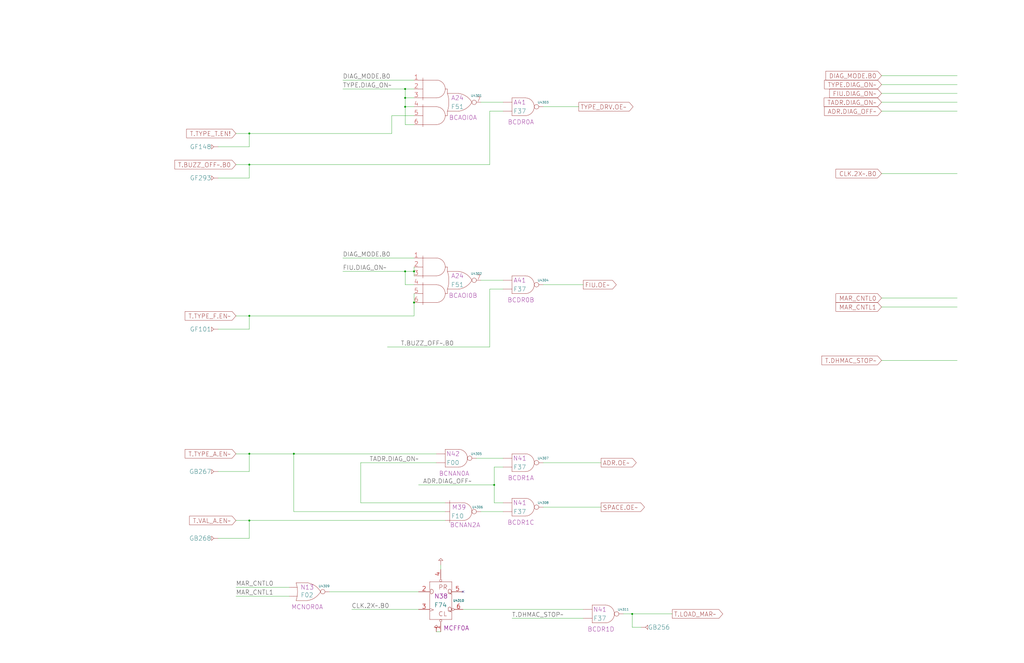
<source format=kicad_sch>
(kicad_sch (version 20220126) (generator eeschema)
  (paper "User" 584.2 378.46)
  (title_block (title "BUS CONTROL") (date "15-MAR-90") (rev "1.0") (comment 1 "TYPE") (comment 2 "232-003062") (comment 3 "S400") (comment 4 "RELEASED"))
  (lib_symbols
    (symbol "r1000:F00" (pin_numbers hide) (pin_names hide)
      (property "Reference" "U" (at 15.24 0 0))
      (property "Value" "F00" (at 1.905 -5.08 0))
      (property "Location" "___" (at 1.905 0 0))
      (property "Name" "______" (at 2.54 -12.7 0))
      (symbol "F00_0_1"
        (polyline (pts (xy -2.54 -7.62) (xy 5.08 -7.62)) (stroke (width 0.1524)))
        (polyline (pts (xy -2.54 2.54) (xy -2.54 -7.62)) (stroke (width 0.1524)))
        (polyline (pts (xy -2.54 2.54) (xy 5.08 2.54)) (stroke (width 0.1524)))
        (arc (start 5.08 -7.62) (mid 10.1282 -2.54) (end 5.08 2.54) (stroke (width 0.1524)))
        (circle (center 11.43 -2.54) (radius 1.27) (stroke (width 0.1524)))
      )
      (symbol "F00_0_2"
        (circle (center -3.81 -5.08) (radius 1.27) (stroke (width 0.1524)))
        (circle (center -3.81 0) (radius 1.27) (stroke (width 0.1524)))
        (arc (start -3.175 -7.62) (mid -2.134 -2.54) (end -3.175 2.54) (stroke (width 0.1524)))
        (polyline (pts (xy -3.175 -7.62) (xy 3.81 -7.62)) (stroke (width 0.1524)))
        (polyline (pts (xy -3.175 2.54) (xy 3.81 2.54)) (stroke (width 0.1524)))
        (arc (start 3.81 -7.62) (mid 7.5855 -5.8306) (end 10.16 -2.54) (stroke (width 0.1524)))
        (arc (start 10.16 -2.54) (mid 7.5827 0.7471) (end 3.81 2.54) (stroke (width 0.1524)))
      )
      (symbol "F00_1_1"
        (pin input line (at -7.62 0 0) (length 5.08) (name "D0") (number "1"))
        (pin input line (at -7.62 -5.08 0) (length 5.08) (name "D1") (number "2"))
        (pin output line (at 15.24 -2.54 180) (length 2.54) (name "Q") (number "3"))
      )
      (symbol "F00_1_2"
        (pin input line (at -7.62 0 0) (length 2.54) (name "D0") (number "1"))
        (pin input line (at -7.62 -5.08 0) (length 2.54) (name "D1") (number "2"))
        (pin output line (at 15.24 -2.54 180) (length 5.08) (name "Q") (number "3"))
      )
    )
    (symbol "r1000:F02" (pin_numbers hide) (pin_names hide)
      (property "Reference" "U" (at 12.16 0.635 0))
      (property "Value" "F02" (at -1.27 -4.445 0))
      (property "Location" "___" (at 2.54 0 0))
      (property "Name" "______" (at 2.54 -12.7 0))
      (symbol "F02_0_1"
        (arc (start -3.81 -7.62) (mid -2.9847 -2.54) (end -3.81 2.54) (stroke (width 0.1524)))
        (polyline (pts (xy -5.08 -5.08) (xy -3.175 -5.08)) (stroke (width 0.1524)))
        (polyline (pts (xy -5.08 0) (xy -3.175 0)) (stroke (width 0.1524)))
        (polyline (pts (xy -3.81 -7.62) (xy 2.54 -7.62)) (stroke (width 0.1524)))
        (polyline (pts (xy -3.81 2.54) (xy 2.54 2.54)) (stroke (width 0.1524)))
        (polyline (pts (xy 13.97 -2.54) (xy 12.7 -2.54)) (stroke (width 0.1524)))
        (arc (start 2.54 -7.62) (mid 6.9515 -5.9823) (end 10.16 -2.54) (stroke (width 0.1524)))
        (arc (start 10.16 -2.54) (mid 6.9478 0.8966) (end 2.54 2.54) (stroke (width 0.1524)))
        (circle (center 11.43 -2.54) (radius 1.27) (stroke (width 0.1524)))
      )
      (symbol "F02_0_2"
        (circle (center -3.81 -5.08) (radius 1.27) (stroke (width 0.1524)))
        (circle (center -3.81 0) (radius 1.27) (stroke (width 0.1524)))
        (polyline (pts (xy -2.54 -7.62) (xy 5.08 -7.62)) (stroke (width 0.1524)))
        (polyline (pts (xy -2.54 2.54) (xy -2.54 -7.62)) (stroke (width 0.1524)))
        (polyline (pts (xy -2.54 2.54) (xy 5.08 2.54)) (stroke (width 0.1524)))
        (polyline (pts (xy 11.43 -2.54) (xy 10.16 -2.54)) (stroke (width 0.1524)))
        (polyline (pts (xy 11.43 -2.54) (xy 12.7 -2.54)) (stroke (width 0.1524)))
        (arc (start 5.08 -7.62) (mid 10.1282 -2.54) (end 5.08 2.54) (stroke (width 0.1524)))
      )
      (symbol "F02_1_1"
        (pin input line (at -7.62 0 0) (length 2.54) (name "D0") (number "1"))
        (pin input line (at -7.62 -5.08 0) (length 2.54) (name "D1") (number "2"))
        (pin output line (at 15.24 -2.54 180) (length 1.27) (name "Q") (number "3"))
      )
      (symbol "F02_1_2"
        (pin input line (at -7.62 0 0) (length 2.54) (name "D0") (number "1"))
        (pin input line (at -7.62 -5.08 0) (length 2.54) (name "D1") (number "2"))
        (pin output line (at 15.24 -2.54 180) (length 2.54) (name "Q") (number "3"))
      )
    )
    (symbol "r1000:F10" (pin_numbers hide) (pin_names hide)
      (property "Reference" "U" (at 13.335 0 0))
      (property "Value" "F10" (at 5.715 -5.08 0))
      (property "Location" "___" (at -1.27 0 0))
      (property "Name" "______" (at -2.54 -10.16 0))
      (symbol "F10_0_1"
        (polyline (pts (xy -2.54 -7.62) (xy 5.08 -7.62)) (stroke (width 0.1524)))
        (polyline (pts (xy -2.54 2.54) (xy 5.08 2.54)) (stroke (width 0.1524)))
        (polyline (pts (xy -2.54 3.81) (xy -2.54 -8.89)) (stroke (width 0.1524)))
        (arc (start 5.08 -7.62) (mid 10.1282 -2.54) (end 5.08 2.54) (stroke (width 0.1524)))
        (circle (center 11.43 -2.54) (radius 1.27) (stroke (width 0.1524)))
      )
      (symbol "F10_0_2"
        (circle (center -3.81 -7.62) (radius 1.27) (stroke (width 0.1524)))
        (circle (center -3.81 2.54) (radius 1.27) (stroke (width 0.1524)))
        (circle (center -3.175 -2.54) (radius 1.27) (stroke (width 0.1524)))
        (arc (start -2.54 -7.62) (mid -1.8195 -2.54) (end -2.54 2.54) (stroke (width 0.1524)))
        (polyline (pts (xy -4.445 -2.54) (xy -5.08 -2.54)) (stroke (width 0.1524)))
        (polyline (pts (xy -2.54 -7.62) (xy 5.08 -7.62)) (stroke (width 0.1524)))
        (polyline (pts (xy -2.54 2.54) (xy 5.08 2.54)) (stroke (width 0.1524)))
        (polyline (pts (xy 10.795 -2.54) (xy 12.7 -2.54)) (stroke (width 0.1524)))
        (arc (start 5.08 -7.62) (mid 8.4845 -5.6954) (end 10.795 -2.54) (stroke (width 0.1524)))
        (arc (start 10.795 -2.54) (mid 8.4807 0.6111) (end 5.08 2.54) (stroke (width 0.1524)))
      )
      (symbol "F10_1_1"
        (pin input line (at -5.08 2.54 0) (length 2.54) (name "D0") (number "1"))
        (pin input line (at -5.08 -2.54 0) (length 2.54) (name "D1") (number "2"))
        (pin input line (at -5.08 -7.62 0) (length 2.54) (name "D2") (number "3"))
        (pin output line (at 15.24 -2.54 180) (length 2.54) (name "Q") (number "4"))
      )
      (symbol "F10_1_2"
        (pin input line (at -5.08 2.54 0) (length 0) (name "D0") (number "1"))
        (pin input line (at -5.08 -2.54 0) (length 0) (name "D1") (number "2"))
        (pin input line (at -5.08 -7.62 0) (length 0) (name "D2") (number "3"))
        (pin output line (at 15.24 -2.54 180) (length 2.54) (name "Q") (number "4"))
      )
    )
    (symbol "r1000:F37" (pin_numbers hide) (pin_names (offset 0) hide)
      (property "Reference" "U" (at 15.24 0 0))
      (property "Value" "F37" (at 1.905 -5.08 0))
      (property "Location" "___" (at 1.905 0 0))
      (property "Name" "______" (at 2.54 -12.7 0))
      (symbol "F37_0_1"
        (polyline (pts (xy -2.54 -7.62) (xy 5.08 -7.62)) (stroke (width 0.1524)))
        (polyline (pts (xy -2.54 2.54) (xy -2.54 -7.62)) (stroke (width 0.1524)))
        (polyline (pts (xy -2.54 2.54) (xy 5.08 2.54)) (stroke (width 0.1524)))
        (arc (start 5.08 -7.62) (mid 10.1282 -2.54) (end 5.08 2.54) (stroke (width 0.1524)))
        (circle (center 11.43 -2.54) (radius 1.27) (stroke (width 0.1524)))
      )
      (symbol "F37_0_2"
        (circle (center -3.81 -5.08) (radius 1.27) (stroke (width 0.1524)))
        (circle (center -3.81 0) (radius 1.27) (stroke (width 0.1524)))
        (arc (start -3.175 -7.62) (mid -2.134 -2.54) (end -3.175 2.54) (stroke (width 0.1524)))
        (polyline (pts (xy -3.175 -7.62) (xy 3.81 -7.62)) (stroke (width 0.1524)))
        (polyline (pts (xy -3.175 2.54) (xy 3.81 2.54)) (stroke (width 0.1524)))
        (arc (start 3.81 -7.62) (mid 7.5855 -5.8306) (end 10.16 -2.54) (stroke (width 0.1524)))
        (arc (start 10.16 -2.54) (mid 7.5827 0.7471) (end 3.81 2.54) (stroke (width 0.1524)))
      )
      (symbol "F37_1_1"
        (pin input line (at -7.62 0 0) (length 5.08) (name "D0") (number "1"))
        (pin input line (at -7.62 -5.08 0) (length 5.08) (name "D1") (number "2"))
        (pin output line (at 15.24 -2.54 180) (length 2.54) (name "Q") (number "3"))
      )
      (symbol "F37_1_2"
        (pin input line (at -7.62 0 0) (length 2.54) (name "D0") (number "1"))
        (pin input line (at -7.62 -5.08 0) (length 2.54) (name "D1") (number "2"))
        (pin output line (at 15.24 -2.54 180) (length 5.08) (name "Q") (number "3"))
      )
    )
    (symbol "r1000:F51" (pin_names hide)
      (property "Reference" "U" (at 12.7 1.27 0))
      (property "Value" "F51" (at 1.905 -5.08 0))
      (property "Location" "___" (at 1.905 0 0))
      (property "Name" "______" (at 5.08 -12.7 0))
      (symbol "F51_0_0"
        (arc (start -10.16 -15.24) (mid -6.5679 -13.7521) (end -5.08 -10.16) (stroke (width 0.1524)))
        (arc (start -10.16 0) (mid -6.5679 1.4879) (end -5.08 5.08) (stroke (width 0.1524)))
        (arc (start -5.08 -10.16) (mid -6.5679 -6.5679) (end -10.16 -5.08) (stroke (width 0.1524)))
        (arc (start -5.08 5.08) (mid -6.5679 8.6721) (end -10.16 10.16) (stroke (width 0.1524)))
        (arc (start -3.8173 -7.62) (mid -2.9926 -2.54) (end -3.8173 2.54) (stroke (width 0.1524)))
        (polyline (pts (xy -20.32 -15.24) (xy -17.78 -15.24)) (stroke (width 0.1524)))
        (polyline (pts (xy -20.32 -10.16) (xy -17.78 -10.16)) (stroke (width 0.1524)))
        (polyline (pts (xy -20.32 -5.08) (xy -17.78 -5.08)) (stroke (width 0.1524)))
        (polyline (pts (xy -20.32 0) (xy -17.78 0)) (stroke (width 0.1524)))
        (polyline (pts (xy -20.32 5.08) (xy -17.78 5.08)) (stroke (width 0.1524)))
        (polyline (pts (xy -20.32 10.16) (xy -17.78 10.16)) (stroke (width 0.1524)))
        (polyline (pts (xy -17.78 -3.81) (xy -17.78 -16.51)) (stroke (width 0.1524)))
        (polyline (pts (xy -17.78 11.43) (xy -17.78 -1.27)) (stroke (width 0.1524)))
        (polyline (pts (xy -10.16 -15.24) (xy -17.78 -15.24)) (stroke (width 0.1524)))
        (polyline (pts (xy -10.16 -5.08) (xy -17.78 -5.08)) (stroke (width 0.1524)))
        (polyline (pts (xy -10.16 0) (xy -17.78 0)) (stroke (width 0.1524)))
        (polyline (pts (xy -10.16 10.16) (xy -17.78 10.16)) (stroke (width 0.1524)))
        (polyline (pts (xy -3.81 -7.62) (xy 2.54 -7.62)) (stroke (width 0.1524)))
        (polyline (pts (xy -3.81 2.54) (xy 2.54 2.54)) (stroke (width 0.1524)))
        (polyline (pts (xy -5.08 -10.16) (xy -3.81 -10.16) (xy -3.81 -7.62)) (stroke (width 0.1524)))
        (polyline (pts (xy -5.08 5.08) (xy -3.81 5.08) (xy -3.81 2.54)) (stroke (width 0.1524)))
        (arc (start 2.54 -7.62) (mid 6.9504 -5.9805) (end 10.16 -2.54) (stroke (width 0.1524)))
        (arc (start 10.16 -2.54) (mid 6.9516 0.9024) (end 2.54 2.54) (stroke (width 0.1524)))
        (circle (center 11.43 -2.54) (radius 1.27) (stroke (width 0.1524)))
      )
      (symbol "F51_1_1"
        (pin input line (at -22.86 10.16 0) (length 2.54) (name "A1") (number "1"))
        (pin input line (at -22.86 5.08 0) (length 2.54) (name "A2") (number "2"))
        (pin input line (at -22.86 0 0) (length 2.54) (name "A3") (number "3"))
        (pin input line (at -22.86 -5.08 0) (length 2.54) (name "B1") (number "4"))
        (pin input line (at -22.86 -10.16 0) (length 2.54) (name "B2") (number "5"))
        (pin input line (at -22.86 -15.24 0) (length 2.54) (name "B3") (number "6"))
        (pin output line (at 15.24 -2.54 180) (length 2.54) (name "Q") (number "7"))
      )
    )
    (symbol "r1000:F74" (pin_names (offset 1.016) hide)
      (property "Reference" "U" (at 12.7 -2.54 0))
      (property "Value" "F74" (at -1.27 -5.08 0))
      (property "Location" "___" (at -1.27 0 0))
      (property "Name" "______" (at 11.43 -19.685 0))
      (symbol "F74_0_1"
        (rectangle (start -3.81 8.255) (end 8.89 -13.335) (stroke (width 0.1524)))
        (polyline (pts (xy 2.54 -15.24) (xy 2.54 -14.605)) (stroke (width 0.1524)))
        (polyline (pts (xy 2.54 10.16) (xy 2.54 9.525)) (stroke (width 0.1524)))
      )
      (symbol "F74_1_1"
        (circle (center 2.54 -13.97) (radius 0.635))
        (circle (center 2.54 8.89) (radius 0.635))
        (circle (center 9.525 -7.62) (radius 0.635))
        (text ">" (at -2.54 -7.62 0) (effects (font (size 2.54 2.54))))
        (text "C" (at 2.54 -10.16 0) (effects (font (size 2.54 2.54))))
        (text "D" (at -2.54 2.54 0) (effects (font (size 2.54 2.54))))
        (text "L" (at 5.08 -10.16 0) (effects (font (size 2.54 2.54))))
        (text "P" (at 2.54 5.08 0) (effects (font (size 2.54 2.54))))
        (text "Q" (at 7.62 -7.62 0) (effects (font (size 2.54 2.54))))
        (text "Q" (at 7.62 2.54 0) (effects (font (size 2.54 2.54))))
        (text "R" (at 5.08 5.08 0) (effects (font (size 2.54 2.54))))
        (pin input line (at 2.54 -20.32 90) (length 5.08) (name "CL_") (number "1"))
        (pin input line (at -10.16 2.54 0) (length 6.35) (name "D") (number "2"))
        (pin input line (at -10.16 -7.62 0) (length 6.35) (name "CLK") (number "3"))
        (pin input line (at 2.54 15.24 270) (length 5.08) (name "PR_") (number "4"))
        (pin output line (at 15.24 2.54 180) (length 6.35) (name "Q") (number "5"))
        (pin output line (at 15.24 -7.62 180) (length 5.08) (name "Q_") (number "6"))
      )
    )
    (symbol "r1000:GB" (pin_numbers hide) (pin_names (offset 0) hide)
      (property "Reference" "GB" (at 3.81 0 0))
      (symbol "GB_0_1"
        (polyline (pts (xy 2.54 0) (xy 3.81 1.27) (xy 3.81 -1.27) (xy 2.54 0)) (stroke (width 0.1524)))
      )
      (symbol "GB_1_1"
        (pin bidirectional line (at 0 0 0) (length 2.54) (name "") (number "1"))
      )
    )
    (symbol "r1000:GF" (pin_numbers hide) (pin_names (offset 0) hide)
      (property "Reference" "GF" (at 3.81 0 0))
      (symbol "GF_0_1"
        (polyline (pts (xy 2.54 0) (xy 3.81 1.27) (xy 3.81 -1.27) (xy 2.54 0)) (stroke (width 0.1524)))
      )
      (symbol "GF_1_1"
        (pin bidirectional line (at 0 0 0) (length 2.54) (name "") (number "1"))
      )
    )
    (symbol "r1000:PU" (power) (pin_numbers hide) (pin_names hide)
      (symbol "PU_0_1"
        (polyline (pts (xy 0 2.54) (xy -1.27 2.54) (xy 0 3.81) (xy 1.27 2.54) (xy 0 2.54)) (stroke (width 0.1524)))
      )
      (symbol "PU_1_1"
        (pin power_in line (at 0 0 90) (length 2.54) (name "PU") (number "1"))
      )
    )
  )
  (wire (pts (xy 124.46 101.6) (xy 142.24 101.6)))
  (wire (pts (xy 124.46 187.96) (xy 142.24 187.96)))
  (wire (pts (xy 124.46 269.24) (xy 142.24 269.24)))
  (wire (pts (xy 124.46 307.34) (xy 142.24 307.34)))
  (wire (pts (xy 124.46 83.82) (xy 142.24 83.82)))
  (wire (pts (xy 134.62 180.34) (xy 142.24 180.34)))
  (wire (pts (xy 134.62 259.08) (xy 142.24 259.08)))
  (wire (pts (xy 134.62 297.18) (xy 142.24 297.18)))
  (wire (pts (xy 134.62 335.28) (xy 165.1 335.28)))
  (wire (pts (xy 134.62 340.36) (xy 165.1 340.36)))
  (wire (pts (xy 134.62 76.2) (xy 142.24 76.2)))
  (wire (pts (xy 142.24 101.6) (xy 142.24 93.98)))
  (wire (pts (xy 142.24 180.34) (xy 236.22 180.34)))
  (wire (pts (xy 142.24 187.96) (xy 142.24 180.34)))
  (wire (pts (xy 142.24 259.08) (xy 167.64 259.08)))
  (wire (pts (xy 142.24 269.24) (xy 142.24 259.08)))
  (wire (pts (xy 142.24 297.18) (xy 142.24 307.34)))
  (wire (pts (xy 142.24 297.18) (xy 254 297.18)))
  (wire (pts (xy 142.24 76.2) (xy 223.52 76.2)))
  (wire (pts (xy 142.24 83.82) (xy 142.24 76.2)))
  (wire (pts (xy 142.24 93.98) (xy 134.62 93.98)))
  (wire (pts (xy 167.64 259.08) (xy 248.92 259.08)))
  (wire (pts (xy 167.64 292.1) (xy 167.64 259.08)))
  (wire (pts (xy 187.96 337.82) (xy 238.76 337.82)))
  (wire (pts (xy 195.58 147.32) (xy 236.22 147.32)))
  (wire (pts (xy 195.58 154.94) (xy 231.14 154.94)))
  (wire (pts (xy 195.58 45.72) (xy 236.22 45.72)))
  (wire (pts (xy 195.58 50.8) (xy 231.14 50.8)))
  (wire (pts (xy 200.66 347.98) (xy 238.76 347.98)))
  (wire (pts (xy 205.74 264.16) (xy 205.74 287.02)))
  (wire (pts (xy 205.74 287.02) (xy 254 287.02)))
  (wire (pts (xy 220.98 198.12) (xy 279.4 198.12)))
  (wire (pts (xy 223.52 66.04) (xy 236.22 66.04)))
  (wire (pts (xy 223.52 76.2) (xy 223.52 66.04)))
  (wire (pts (xy 231.14 154.94) (xy 236.22 154.94)))
  (wire (pts (xy 231.14 162.56) (xy 231.14 154.94)))
  (wire (pts (xy 231.14 50.8) (xy 231.14 55.88)))
  (wire (pts (xy 231.14 50.8) (xy 236.22 50.8)))
  (wire (pts (xy 231.14 55.88) (xy 231.14 60.96)))
  (wire (pts (xy 231.14 55.88) (xy 236.22 55.88)))
  (wire (pts (xy 231.14 60.96) (xy 231.14 71.12)))
  (wire (pts (xy 231.14 60.96) (xy 236.22 60.96)))
  (wire (pts (xy 231.14 71.12) (xy 236.22 71.12)))
  (wire (pts (xy 236.22 154.94) (xy 236.22 152.4)))
  (wire (pts (xy 236.22 154.94) (xy 236.22 157.48)))
  (wire (pts (xy 236.22 162.56) (xy 231.14 162.56)))
  (wire (pts (xy 236.22 167.64) (xy 236.22 172.72)))
  (wire (pts (xy 236.22 180.34) (xy 236.22 172.72)))
  (wire (pts (xy 238.76 276.86) (xy 281.94 276.86)))
  (wire (pts (xy 248.92 264.16) (xy 205.74 264.16)))
  (wire (pts (xy 248.92 360.68) (xy 251.46 360.68)))
  (wire (pts (xy 251.46 322.58) (xy 251.46 325.12)))
  (wire (pts (xy 254 292.1) (xy 167.64 292.1)))
  (wire (pts (xy 264.16 347.98) (xy 332.74 347.98)))
  (wire (pts (xy 271.78 261.62) (xy 287.02 261.62)))
  (wire (pts (xy 274.32 160.02) (xy 287.02 160.02)))
  (wire (pts (xy 274.32 292.1) (xy 287.02 292.1)))
  (wire (pts (xy 274.32 58.42) (xy 287.02 58.42)))
  (wire (pts (xy 279.4 165.1) (xy 279.4 198.12)))
  (wire (pts (xy 279.4 63.5) (xy 279.4 93.98)))
  (wire (pts (xy 279.4 93.98) (xy 142.24 93.98)))
  (wire (pts (xy 281.94 266.7) (xy 281.94 276.86)))
  (wire (pts (xy 281.94 287.02) (xy 281.94 276.86)))
  (wire (pts (xy 287.02 165.1) (xy 279.4 165.1)))
  (wire (pts (xy 287.02 266.7) (xy 281.94 266.7)))
  (wire (pts (xy 287.02 287.02) (xy 281.94 287.02)))
  (wire (pts (xy 287.02 63.5) (xy 279.4 63.5)))
  (wire (pts (xy 292.1 353.06) (xy 332.74 353.06)))
  (wire (pts (xy 309.88 162.56) (xy 332.74 162.56)))
  (wire (pts (xy 309.88 264.16) (xy 342.9 264.16)))
  (wire (pts (xy 309.88 289.56) (xy 342.9 289.56)))
  (wire (pts (xy 309.88 60.96) (xy 330.2 60.96)))
  (wire (pts (xy 355.6 350.52) (xy 360.68 350.52)))
  (wire (pts (xy 360.68 350.52) (xy 383.54 350.52)))
  (wire (pts (xy 360.68 358.14) (xy 360.68 350.52)))
  (wire (pts (xy 365.76 358.14) (xy 360.68 358.14)))
  (wire (pts (xy 502.92 170.18) (xy 546.1 170.18)))
  (wire (pts (xy 502.92 175.26) (xy 546.1 175.26)))
  (wire (pts (xy 502.92 205.74) (xy 546.1 205.74)))
  (wire (pts (xy 502.92 43.18) (xy 546.1 43.18)))
  (wire (pts (xy 502.92 48.26) (xy 546.1 48.26)))
  (wire (pts (xy 502.92 53.34) (xy 546.1 53.34)))
  (wire (pts (xy 502.92 58.42) (xy 546.1 58.42)))
  (wire (pts (xy 502.92 63.5) (xy 546.1 63.5)))
  (wire (pts (xy 502.92 99.06) (xy 546.1 99.06)))
  (symbol (lib_id "r1000:GF") (at 124.46 83.82 0) (mirror y) (unit 1)
    (property "Reference" "GF148" (at 120.65 83.82 0) (effects (font (size 2.54 2.54)) (justify left)))
    (property "Value" "GF" (effects hide))
  )
  (symbol (lib_id "r1000:GF") (at 124.46 101.6 0) (mirror y) (unit 1)
    (property "Reference" "GF293" (at 120.65 101.6 0) (effects (font (size 2.54 2.54)) (justify left)))
    (property "Value" "GF" (effects hide))
  )
  (symbol (lib_id "r1000:GF") (at 124.46 187.96 0) (mirror y) (unit 1)
    (property "Reference" "GF101" (at 120.65 187.96 0) (effects (font (size 2.54 2.54)) (justify left)))
    (property "Value" "GF" (effects hide))
  )
  (symbol (lib_id "r1000:GB") (at 124.46 269.24 0) (mirror y) (unit 1)
    (property "Reference" "GB267" (at 120.65 269.24 0) (effects (font (size 2.54 2.54)) (justify left)))
    (property "Value" "GB" (effects hide))
  )
  (symbol (lib_id "r1000:GB") (at 124.46 307.34 0) (mirror y) (unit 1)
    (property "Reference" "GB268" (at 120.65 307.34 0) (effects (font (size 2.54 2.54)) (justify left)))
    (property "Value" "GB" (effects hide))
  )
  (global_label "T.TYPE_T.EN!" (shape input) (at 134.62 76.2 180) (effects (font (size 2.54 2.54))) (property "Intersheet References" "${INTERSHEET_REFS}" (at 106.4502 76.0413 0) (effects (font (size 2.54 2.54)) (justify right))))
  (global_label "T.BUZZ_OFF~.B0" (shape input) (at 134.62 93.98 180) (effects (font (size 2.54 2.54))) (property "Intersheet References" "${INTERSHEET_REFS}" (at 99.6769 93.8213 0) (effects (font (size 2.54 2.54)) (justify right))))
  (global_label "T.TYPE_F.EN~" (shape input) (at 134.62 180.34 180) (effects (font (size 2.54 2.54))) (property "Intersheet References" "${INTERSHEET_REFS}" (at 105.6035 180.1813 0) (effects (font (size 2.54 2.54)) (justify right))))
  (global_label "T.TYPE_A.EN~" (shape input) (at 134.62 259.08 180) (effects (font (size 2.54 2.54))) (property "Intersheet References" "${INTERSHEET_REFS}" (at 105.6035 258.9213 0) (effects (font (size 2.54 2.54)) (justify right))))
  (global_label "T.VAL_A.EN~" (shape input) (at 134.62 297.18 180) (effects (font (size 2.54 2.54))) (property "Intersheet References" "${INTERSHEET_REFS}" (at 108.1435 297.0213 0) (effects (font (size 2.54 2.54)) (justify right))))
  (label "MAR_CNTL0" (at 134.62 335.28 0) (effects (font (size 2.54 2.54))))
  (label "MAR_CNTL1" (at 134.62 340.36 0) (effects (font (size 2.54 2.54))))
  (junction (at 142.24 76.2))
  (junction (at 142.24 93.98))
  (junction (at 142.24 180.34))
  (junction (at 142.24 259.08))
  (junction (at 142.24 297.18))
  (junction (at 167.64 259.08))
  (symbol (lib_id "r1000:F02") (at 172.72 335.28 0) (unit 1)
    (property "Reference" "U4309" (at 184.88 334.645 0))
    (property "Value" "F02" (at 171.45 339.725 0) (effects (font (size 2.54 2.54)) (justify left)))
    (property "Location" "N13" (at 175.26 335.28 0) (effects (font (size 2.54 2.54))))
    (property "Name" "MCNOR0A" (at 175.26 347.98 0) (effects (font (size 2.54 2.54)) (justify bottom)))
  )
  (label "DIAG_MODE.B0" (at 195.58 45.72 0) (effects (font (size 2.54 2.54))))
  (label "TYPE.DIAG_ON~" (at 195.58 50.8 0) (effects (font (size 2.54 2.54))))
  (label "DIAG_MODE.B0" (at 195.58 147.32 0) (effects (font (size 2.54 2.54))))
  (label "FIU.DIAG_ON~" (at 195.58 154.94 0) (effects (font (size 2.54 2.54))))
  (label "CLK.2X~.B0" (at 200.66 347.98 0) (effects (font (size 2.54 2.54))))
  (label "TADR.DIAG_ON~" (at 210.82 264.16 0) (effects (font (size 2.54 2.54))))
  (label "T.BUZZ_OFF~.B0" (at 228.6 198.12 0) (effects (font (size 2.54 2.54))))
  (junction (at 231.14 50.8))
  (junction (at 231.14 55.88))
  (junction (at 231.14 60.96))
  (junction (at 231.14 154.94))
  (junction (at 236.22 154.94))
  (junction (at 236.22 172.72))
  (label "ADR.DIAG_OFF~" (at 241.3 276.86 0) (effects (font (size 2.54 2.54))))
  (symbol (lib_id "r1000:F74") (at 248.92 340.36 0) (unit 1)
    (property "Reference" "U4310" (at 261.62 342.9 0))
    (property "Value" "F74" (at 247.65 345.44 0) (effects (font (size 2.54 2.54)) (justify left)))
    (property "Location" "N38" (at 247.65 340.36 0) (effects (font (size 2.54 2.54)) (justify left)))
    (property "Name" "MCFF0A" (at 260.35 360.045 0) (effects (font (size 2.54 2.54)) (justify bottom)))
  )
  (symbol (lib_id "r1000:PU") (at 248.92 360.68 0) (unit 1)
    (property "Reference" "#PWR04301" (effects hide))
    (property "Value" "PU" (effects hide))
  )
  (symbol (lib_id "r1000:PU") (at 251.46 322.58 0) (unit 1)
    (property "Reference" "#PWR04302" (effects hide))
    (property "Value" "PU" (effects hide))
  )
  (symbol (lib_id "r1000:F00") (at 256.54 259.08 0) (unit 1)
    (property "Reference" "U4305" (at 271.78 259.08 0))
    (property "Value" "F00" (at 258.445 264.16 0) (effects (font (size 2.54 2.54))))
    (property "Location" "N42" (at 258.445 259.08 0) (effects (font (size 2.54 2.54))))
    (property "Name" "BCNAN0A" (at 259.08 271.78 0) (effects (font (size 2.54 2.54)) (justify bottom)))
  )
  (symbol (lib_id "r1000:F51") (at 259.08 55.88 0) (unit 1)
    (property "Reference" "U4301" (at 271.78 54.61 0))
    (property "Value" "F51" (at 260.985 60.96 0) (effects (font (size 2.54 2.54))))
    (property "Location" "A24" (at 260.985 55.88 0) (effects (font (size 2.54 2.54))))
    (property "Name" "BCAOI0A" (at 264.16 68.58 0) (effects (font (size 2.54 2.54)) (justify bottom)))
  )
  (symbol (lib_id "r1000:F51") (at 259.08 157.48 0) (unit 1)
    (property "Reference" "U4302" (at 271.78 156.21 0))
    (property "Value" "F51" (at 260.985 162.56 0) (effects (font (size 2.54 2.54))))
    (property "Location" "A24" (at 260.985 157.48 0) (effects (font (size 2.54 2.54))))
    (property "Name" "BCAOI0B" (at 264.16 170.18 0) (effects (font (size 2.54 2.54)) (justify bottom)))
  )
  (symbol (lib_id "r1000:F10") (at 259.08 289.56 0) (unit 1)
    (property "Reference" "U4306" (at 272.415 289.56 0))
    (property "Value" "F10" (at 264.795 294.64 0) (effects (font (size 2.54 2.54)) (justify right)))
    (property "Location" "M39" (at 257.81 289.56 0) (effects (font (size 2.54 2.54)) (justify left)))
    (property "Name" "BCNAN2A" (at 256.54 299.72 0) (effects (font (size 2.54 2.54)) (justify left)))
  )
  (no_connect (at 264.16 337.82))
  (junction (at 281.94 276.86))
  (label "T.DHMAC_STOP~" (at 292.1 353.06 0) (effects (font (size 2.54 2.54))))
  (symbol (lib_id "r1000:F37") (at 294.64 58.42 0) (unit 1)
    (property "Reference" "U4303" (at 309.88 58.42 0))
    (property "Value" "F37" (at 296.545 63.5 0) (effects (font (size 2.54 2.54))))
    (property "Location" "A41" (at 296.545 58.42 0) (effects (font (size 2.54 2.54))))
    (property "Name" "BCDR0A" (at 297.18 71.12 0) (effects (font (size 2.54 2.54)) (justify bottom)))
  )
  (symbol (lib_id "r1000:F37") (at 294.64 160.02 0) (unit 1)
    (property "Reference" "U4304" (at 309.88 160.02 0))
    (property "Value" "F37" (at 296.545 165.1 0) (effects (font (size 2.54 2.54))))
    (property "Location" "A41" (at 296.545 160.02 0) (effects (font (size 2.54 2.54))))
    (property "Name" "BCDR0B" (at 297.18 172.72 0) (effects (font (size 2.54 2.54)) (justify bottom)))
  )
  (symbol (lib_id "r1000:F37") (at 294.64 261.62 0) (unit 1)
    (property "Reference" "U4307" (at 309.88 261.62 0))
    (property "Value" "F37" (at 296.545 266.7 0) (effects (font (size 2.54 2.54))))
    (property "Location" "N41" (at 296.545 261.62 0) (effects (font (size 2.54 2.54))))
    (property "Name" "BCDR1A" (at 297.18 274.32 0) (effects (font (size 2.54 2.54)) (justify bottom)))
  )
  (symbol (lib_id "r1000:F37") (at 294.64 287.02 0) (unit 1)
    (property "Reference" "U4308" (at 309.88 287.02 0))
    (property "Value" "F37" (at 296.545 292.1 0) (effects (font (size 2.54 2.54))))
    (property "Location" "N41" (at 296.545 287.02 0) (effects (font (size 2.54 2.54))))
    (property "Name" "BCDR1C" (at 297.18 299.72 0) (effects (font (size 2.54 2.54)) (justify bottom)))
  )
  (global_label "TYPE_DRV.OE~" (shape output) (at 330.2 60.96 0) (effects (font (size 2.54 2.54))) (property "Intersheet References" "${INTERSHEET_REFS}" (at 361.1517 60.8013 0) (effects (font (size 2.54 2.54)) (justify left))))
  (global_label "FIU.OE~" (shape output) (at 332.74 162.56 0) (effects (font (size 2.54 2.54))) (property "Intersheet References" "${INTERSHEET_REFS}" (at 351.5965 162.4013 0) (effects (font (size 2.54 2.54)) (justify left))))
  (symbol (lib_id "r1000:F37") (at 340.36 347.98 0) (unit 1)
    (property "Reference" "U4311" (at 355.6 347.98 0))
    (property "Value" "F37" (at 342.265 353.06 0) (effects (font (size 2.54 2.54))))
    (property "Location" "N41" (at 342.265 347.98 0) (effects (font (size 2.54 2.54))))
    (property "Name" "BCDR1D" (at 342.9 360.68 0) (effects (font (size 2.54 2.54)) (justify bottom)))
  )
  (global_label "ADR.OE~" (shape output) (at 342.9 264.16 0) (effects (font (size 2.54 2.54))) (property "Intersheet References" "${INTERSHEET_REFS}" (at 362.966 264.0013 0) (effects (font (size 2.54 2.54)) (justify left))))
  (global_label "SPACE.OE~" (shape output) (at 342.9 289.56 0) (effects (font (size 2.54 2.54))) (property "Intersheet References" "${INTERSHEET_REFS}" (at 367.6831 289.4013 0) (effects (font (size 2.54 2.54)) (justify left))))
  (junction (at 360.68 350.52))
  (symbol (lib_id "r1000:GB") (at 365.76 358.14 0) (unit 1)
    (property "Reference" "GB256" (at 369.57 358.14 0) (effects (font (size 2.54 2.54)) (justify left)))
    (property "Value" "GB" (effects hide))
  )
  (global_label "T.LOAD_MAR~" (shape output) (at 383.54 350.52 0) (effects (font (size 2.54 2.54))) (property "Intersheet References" "${INTERSHEET_REFS}" (at 412.3146 350.3613 0) (effects (font (size 2.54 2.54)) (justify left))))
  (global_label "DIAG_MODE.B0" (shape input) (at 502.92 43.18 180) (effects (font (size 2.54 2.54))) (property "Intersheet References" "${INTERSHEET_REFS}" (at 471.1216 43.0213 0) (effects (font (size 2.54 2.54)) (justify right))))
  (global_label "TYPE.DIAG_ON~" (shape input) (at 502.92 48.26 180) (effects (font (size 2.54 2.54))) (property "Intersheet References" "${INTERSHEET_REFS}" (at 470.3959 48.1013 0) (effects (font (size 2.54 2.54)) (justify right))))
  (global_label "FIU.DIAG_ON~" (shape input) (at 502.92 53.34 180) (effects (font (size 2.54 2.54))) (property "Intersheet References" "${INTERSHEET_REFS}" (at 473.2988 53.1813 0) (effects (font (size 2.54 2.54)) (justify right))))
  (global_label "TADR.DIAG_ON~" (shape input) (at 502.92 58.42 180) (effects (font (size 2.54 2.54))) (property "Intersheet References" "${INTERSHEET_REFS}" (at 470.154 58.2613 0) (effects (font (size 2.54 2.54)) (justify right))))
  (global_label "ADR.DIAG_OFF~" (shape input) (at 502.92 63.5 180) (effects (font (size 2.54 2.54))) (property "Intersheet References" "${INTERSHEET_REFS}" (at 470.3959 63.3413 0) (effects (font (size 2.54 2.54)) (justify right))))
  (global_label "CLK.2X~.B0" (shape input) (at 502.92 99.06 180) (effects (font (size 2.54 2.54))) (property "Intersheet References" "${INTERSHEET_REFS}" (at 476.9273 98.9013 0) (effects (font (size 2.54 2.54)) (justify right))))
  (global_label "MAR_CNTL0" (shape input) (at 502.92 170.18 180) (effects (font (size 2.54 2.54))) (property "Intersheet References" "${INTERSHEET_REFS}" (at 476.9273 170.0213 0) (effects (font (size 2.54 2.54)) (justify right))))
  (global_label "MAR_CNTL1" (shape input) (at 502.92 175.26 180) (effects (font (size 2.54 2.54))) (property "Intersheet References" "${INTERSHEET_REFS}" (at 476.9273 175.1013 0) (effects (font (size 2.54 2.54)) (justify right))))
  (global_label "T.DHMAC_STOP~" (shape input) (at 502.92 205.74 180) (effects (font (size 2.54 2.54))) (property "Intersheet References" "${INTERSHEET_REFS}" (at 468.8235 205.5813 0) (effects (font (size 2.54 2.54)) (justify right))))
)
</source>
